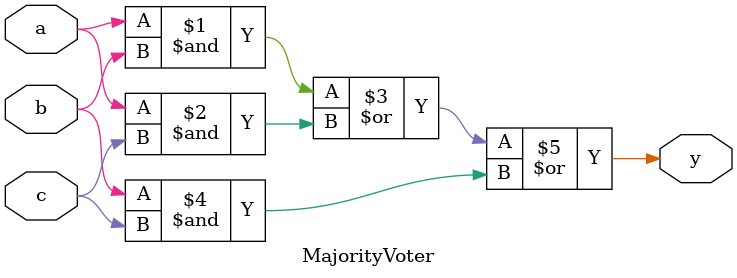
<source format=v>
module MajorityVoter(
    input a,b,c,
    output y
);
assign y = (a & b) | (a & c) | (b & c);
endmodule
</source>
